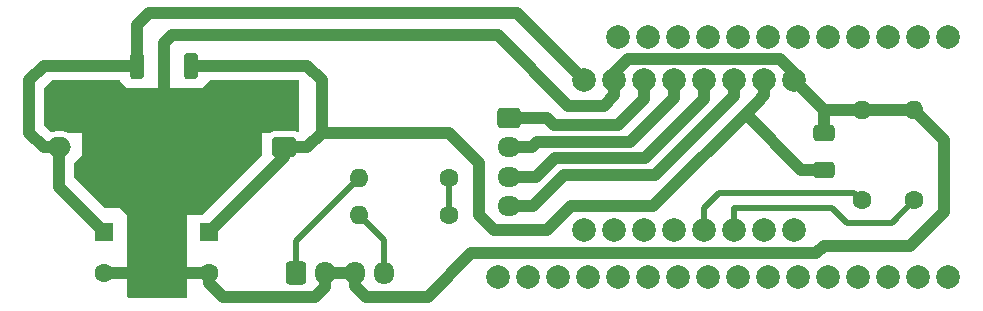
<source format=gbr>
%TF.GenerationSoftware,KiCad,Pcbnew,9.0.0*%
%TF.CreationDate,2025-04-27T17:03:47-05:00*%
%TF.ProjectId,WWCROSS,57617463-6820-4576-996e-6465722e6b69,rev?*%
%TF.SameCoordinates,Original*%
%TF.FileFunction,Copper,L2,Bot*%
%TF.FilePolarity,Positive*%
%FSLAX46Y46*%
G04 Gerber Fmt 4.6, Leading zero omitted, Abs format (unit mm)*
G04 Created by KiCad (PCBNEW 9.0.0) date 2025-04-27 17:03:47*
%MOMM*%
%LPD*%
G01*
G04 APERTURE LIST*
G04 Aperture macros list*
%AMRoundRect*
0 Rectangle with rounded corners*
0 $1 Rounding radius*
0 $2 $3 $4 $5 $6 $7 $8 $9 X,Y pos of 4 corners*
0 Add a 4 corners polygon primitive as box body*
4,1,4,$2,$3,$4,$5,$6,$7,$8,$9,$2,$3,0*
0 Add four circle primitives for the rounded corners*
1,1,$1+$1,$2,$3*
1,1,$1+$1,$4,$5*
1,1,$1+$1,$6,$7*
1,1,$1+$1,$8,$9*
0 Add four rect primitives between the rounded corners*
20,1,$1+$1,$2,$3,$4,$5,0*
20,1,$1+$1,$4,$5,$6,$7,0*
20,1,$1+$1,$6,$7,$8,$9,0*
20,1,$1+$1,$8,$9,$2,$3,0*%
G04 Aperture macros list end*
%TA.AperFunction,ComponentPad*%
%ADD10C,2.000000*%
%TD*%
%TA.AperFunction,ComponentPad*%
%ADD11C,1.600000*%
%TD*%
%TA.AperFunction,ComponentPad*%
%ADD12O,1.600000X1.600000*%
%TD*%
%TA.AperFunction,ComponentPad*%
%ADD13R,1.600000X1.600000*%
%TD*%
%TA.AperFunction,SMDPad,CuDef*%
%ADD14RoundRect,0.250000X-0.350000X0.850000X-0.350000X-0.850000X0.350000X-0.850000X0.350000X0.850000X0*%
%TD*%
%TA.AperFunction,SMDPad,CuDef*%
%ADD15RoundRect,0.250000X-1.125000X1.275000X-1.125000X-1.275000X1.125000X-1.275000X1.125000X1.275000X0*%
%TD*%
%TA.AperFunction,SMDPad,CuDef*%
%ADD16RoundRect,0.249997X-2.650003X2.950003X-2.650003X-2.950003X2.650003X-2.950003X2.650003X2.950003X0*%
%TD*%
%TA.AperFunction,ComponentPad*%
%ADD17RoundRect,0.250000X-0.750000X0.600000X-0.750000X-0.600000X0.750000X-0.600000X0.750000X0.600000X0*%
%TD*%
%TA.AperFunction,ComponentPad*%
%ADD18O,2.000000X1.700000*%
%TD*%
%TA.AperFunction,ComponentPad*%
%ADD19RoundRect,0.250000X-0.600000X-0.725000X0.600000X-0.725000X0.600000X0.725000X-0.600000X0.725000X0*%
%TD*%
%TA.AperFunction,ComponentPad*%
%ADD20O,1.700000X1.950000*%
%TD*%
%TA.AperFunction,ComponentPad*%
%ADD21RoundRect,0.250000X0.750000X-0.600000X0.750000X0.600000X-0.750000X0.600000X-0.750000X-0.600000X0*%
%TD*%
%TA.AperFunction,SMDPad,CuDef*%
%ADD22RoundRect,0.250000X0.650000X-0.412500X0.650000X0.412500X-0.650000X0.412500X-0.650000X-0.412500X0*%
%TD*%
%TA.AperFunction,ComponentPad*%
%ADD23RoundRect,0.250000X-0.725000X0.600000X-0.725000X-0.600000X0.725000X-0.600000X0.725000X0.600000X0*%
%TD*%
%TA.AperFunction,ComponentPad*%
%ADD24O,1.950000X1.700000*%
%TD*%
%TA.AperFunction,Conductor*%
%ADD25C,0.500000*%
%TD*%
%TA.AperFunction,Conductor*%
%ADD26C,1.000000*%
%TD*%
%TA.AperFunction,Conductor*%
%ADD27C,0.300000*%
%TD*%
G04 APERTURE END LIST*
D10*
%TO.P,U3,16,VM*%
%TO.N,Net-(J1-Pin_2)*%
X154940000Y-66675000D03*
%TO.P,U3,15,GNDM*%
%TO.N,Net-(J1-Pin_1)*%
X157480000Y-66675000D03*
%TO.P,U3,14,A2*%
%TO.N,Net-(J4-Pin_1)*%
X160020000Y-66675000D03*
%TO.P,U3,13,A1*%
%TO.N,Net-(J4-Pin_2)*%
X162560000Y-66675000D03*
%TO.P,U3,12,B1*%
%TO.N,Net-(J4-Pin_3)*%
X165100000Y-66675000D03*
%TO.P,U3,11,B2*%
%TO.N,Net-(J4-Pin_4)*%
X167640000Y-66675000D03*
%TO.P,U3,10,VIO*%
%TO.N,Net-(J3-Pin_1)*%
X170180000Y-66675000D03*
%TO.P,U3,9,GNDIO*%
%TO.N,Net-(J1-Pin_1)*%
X172720000Y-66675000D03*
%TO.P,U3,8,DIR*%
%TO.N,Net-(U2-A5)*%
X172720000Y-79375000D03*
%TO.P,U3,7,STEP*%
%TO.N,Net-(U2-A4)*%
X170180000Y-79375000D03*
%TO.P,U3,6,CLK*%
%TO.N,Net-(U3-CLK)*%
X167640000Y-79375000D03*
%TO.P,U3,5,STDBY*%
%TO.N,Net-(U3-STDBY)*%
X165100000Y-79375000D03*
%TO.P,U3,4,PDN*%
%TO.N,Net-(U2-A3)*%
X162560000Y-79375000D03*
%TO.P,U3,3,MS2*%
%TO.N,Net-(U2-A2)*%
X160020000Y-79375000D03*
%TO.P,U3,2,MS1*%
%TO.N,Net-(U2-A1)*%
X157480000Y-79375000D03*
%TO.P,U3,1,EN*%
%TO.N,Net-(U2-A0)*%
X154940000Y-79375000D03*
%TD*%
D11*
%TO.P,R4,1*%
%TO.N,Net-(U3-CLK)*%
X182880000Y-76835000D03*
D12*
%TO.P,R4,2*%
%TO.N,Net-(J1-Pin_1)*%
X182880000Y-69215000D03*
%TD*%
D11*
%TO.P,R3,1*%
%TO.N,Net-(U3-STDBY)*%
X178435000Y-76835000D03*
D12*
%TO.P,R3,2*%
%TO.N,Net-(J1-Pin_1)*%
X178435000Y-69215000D03*
%TD*%
D11*
%TO.P,R2,1*%
%TO.N,Net-(R1-Pad1)*%
X143510000Y-74930000D03*
D12*
%TO.P,R2,2*%
%TO.N,Net-(J2-Pin_1)*%
X135890000Y-74930000D03*
%TD*%
D11*
%TO.P,R1,1*%
%TO.N,Net-(R1-Pad1)*%
X143510000Y-78105000D03*
D12*
%TO.P,R1,2*%
%TO.N,Net-(J2-Pin_4)*%
X135890000Y-78105000D03*
%TD*%
D13*
%TO.P,C2,1*%
%TO.N,Net-(J3-Pin_1)*%
X123190000Y-79500000D03*
D11*
%TO.P,C2,2*%
%TO.N,Net-(J1-Pin_1)*%
X123190000Y-83000000D03*
%TD*%
D14*
%TO.P,U1,1,IN*%
%TO.N,Net-(J1-Pin_2)*%
X117100000Y-65445000D03*
D15*
%TO.P,U1,2,GND*%
%TO.N,Net-(J1-Pin_1)*%
X117855000Y-70070000D03*
X120905000Y-70070000D03*
D16*
X119380000Y-71745000D03*
D15*
X117855000Y-73420000D03*
X120905000Y-73420000D03*
D14*
%TO.P,U1,3,OUT*%
%TO.N,Net-(J3-Pin_1)*%
X121660000Y-65445000D03*
%TD*%
D17*
%TO.P,J1,1,Pin_1*%
%TO.N,Net-(J1-Pin_1)*%
X110490000Y-69850000D03*
D18*
%TO.P,J1,2,Pin_2*%
%TO.N,Net-(J1-Pin_2)*%
X110490000Y-72350000D03*
%TD*%
D10*
%TO.P,U2,1,RST*%
%TO.N,unconnected-(U2-RST-Pad1)*%
X147655000Y-83320000D03*
%TO.P,U2,2,3.3V*%
%TO.N,unconnected-(U2-3.3V-Pad2)*%
X150195000Y-83320000D03*
%TO.P,U2,3,3.3V*%
%TO.N,Net-(R1-Pad1)*%
X152735000Y-83320000D03*
%TO.P,U2,4,GND*%
%TO.N,Net-(J1-Pin_1)*%
X155275000Y-83320000D03*
%TO.P,U2,5,A0*%
%TO.N,Net-(U2-A0)*%
X157815000Y-83320000D03*
%TO.P,U2,6,A1*%
%TO.N,Net-(U2-A1)*%
X160355000Y-83320000D03*
%TO.P,U2,7,A2*%
%TO.N,Net-(U2-A2)*%
X162895000Y-83320000D03*
%TO.P,U2,8,A3*%
%TO.N,Net-(U2-A3)*%
X165435000Y-83320000D03*
%TO.P,U2,9,A4*%
%TO.N,Net-(U2-A4)*%
X167975000Y-83320000D03*
%TO.P,U2,10,A5*%
%TO.N,Net-(U2-A5)*%
X170515000Y-83320000D03*
%TO.P,U2,11,SCK*%
%TO.N,unconnected-(U2-SCK-Pad11)*%
X173055000Y-83320000D03*
%TO.P,U2,12,MOSI*%
%TO.N,unconnected-(U2-MOSI-Pad12)*%
X175595000Y-83320000D03*
%TO.P,U2,13,MISO*%
%TO.N,unconnected-(U2-MISO-Pad13)*%
X178135000Y-83320000D03*
%TO.P,U2,14,RX*%
%TO.N,unconnected-(U2-RX-Pad14)*%
X180675000Y-83320000D03*
%TO.P,U2,15,TX*%
%TO.N,unconnected-(U2-TX-Pad15)*%
X183215000Y-83320000D03*
%TO.P,U2,16,TXD0*%
%TO.N,unconnected-(U2-TXD0-Pad16)*%
X185755000Y-83320000D03*
%TO.P,U2,17,SDA*%
%TO.N,unconnected-(U2-SDA-Pad17)*%
X185755000Y-63000000D03*
%TO.P,U2,18,SCL*%
%TO.N,unconnected-(U2-SCL-Pad18)*%
X183215000Y-63000000D03*
%TO.P,U2,19,D5*%
%TO.N,unconnected-(U2-D5-Pad19)*%
X180675000Y-63000000D03*
%TO.P,U2,20,D6*%
%TO.N,unconnected-(U2-D6-Pad20)*%
X178135000Y-63000000D03*
%TO.P,U2,21,D9*%
%TO.N,Net-(J2-Pin_4)*%
X175595000Y-63000000D03*
%TO.P,U2,22,D10*%
%TO.N,unconnected-(U2-D10-Pad22)*%
X173055000Y-63000000D03*
%TO.P,U2,23,D11*%
%TO.N,unconnected-(U2-D11-Pad23)*%
X170515000Y-63000000D03*
%TO.P,U2,24,D12*%
%TO.N,unconnected-(U2-D12-Pad24)*%
X167975000Y-63000000D03*
%TO.P,U2,25,D13*%
%TO.N,unconnected-(U2-D13-Pad25)*%
X165435000Y-63000000D03*
%TO.P,U2,26,VBUS*%
%TO.N,unconnected-(U2-VBUS-Pad26)*%
X162895000Y-63000000D03*
%TO.P,U2,27,EN*%
%TO.N,unconnected-(U2-EN-Pad27)*%
X160355000Y-63000000D03*
%TO.P,U2,28,VBAT*%
%TO.N,unconnected-(U2-VBAT-Pad28)*%
X157815000Y-63000000D03*
%TD*%
D13*
%TO.P,C1,1*%
%TO.N,Net-(J1-Pin_2)*%
X114300000Y-79500000D03*
D11*
%TO.P,C1,2*%
%TO.N,Net-(J1-Pin_1)*%
X114300000Y-83000000D03*
%TD*%
D19*
%TO.P,J2,1,Pin_1*%
%TO.N,Net-(J2-Pin_1)*%
X130500000Y-83000000D03*
D20*
%TO.P,J2,2,Pin_2*%
%TO.N,Net-(J1-Pin_1)*%
X133000000Y-83000000D03*
%TO.P,J2,3,Pin_3*%
X135500000Y-83000000D03*
%TO.P,J2,4,Pin_4*%
%TO.N,Net-(J2-Pin_4)*%
X138000000Y-83000000D03*
%TD*%
D21*
%TO.P,J3,1,Pin_1*%
%TO.N,Net-(J3-Pin_1)*%
X129540000Y-72350000D03*
D18*
%TO.P,J3,2,Pin_2*%
%TO.N,Net-(J1-Pin_1)*%
X129540000Y-69850000D03*
%TD*%
D22*
%TO.P,C3,1*%
%TO.N,Net-(J3-Pin_1)*%
X175260000Y-74245000D03*
%TO.P,C3,2*%
%TO.N,Net-(J1-Pin_1)*%
X175260000Y-71120000D03*
%TD*%
D23*
%TO.P,J4,1,Pin_1*%
%TO.N,Net-(J4-Pin_1)*%
X148590000Y-69850000D03*
D24*
%TO.P,J4,2,Pin_2*%
%TO.N,Net-(J4-Pin_2)*%
X148590000Y-72350000D03*
%TO.P,J4,3,Pin_3*%
%TO.N,Net-(J4-Pin_3)*%
X148590000Y-74850000D03*
%TO.P,J4,4,Pin_4*%
%TO.N,Net-(J4-Pin_4)*%
X148590000Y-77350000D03*
%TD*%
D25*
%TO.N,Net-(U3-STDBY)*%
X177800000Y-76200000D02*
X178435000Y-76835000D01*
X165100000Y-77470000D02*
X166370000Y-76200000D01*
X166370000Y-76200000D02*
X177800000Y-76200000D01*
X165100000Y-79375000D02*
X165100000Y-77470000D01*
%TO.N,Net-(J2-Pin_4)*%
X138000000Y-80215000D02*
X138000000Y-83000000D01*
X135890000Y-78105000D02*
X138000000Y-80215000D01*
D26*
%TO.N,Net-(J3-Pin_1)*%
X151765000Y-79375000D02*
X153799899Y-77340101D01*
X147320000Y-79375000D02*
X151765000Y-79375000D01*
X146050000Y-78105000D02*
X147320000Y-79375000D01*
X153799899Y-77340101D02*
X160784899Y-77340101D01*
X160784899Y-77340101D02*
X169545000Y-68580000D01*
X146050000Y-73660000D02*
X146050000Y-78105000D01*
X132715000Y-71120000D02*
X143510000Y-71120000D01*
X143510000Y-71120000D02*
X146050000Y-73660000D01*
X168592500Y-69532500D02*
X169545000Y-68580000D01*
X173305000Y-74245000D02*
X168592500Y-69532500D01*
X175260000Y-74245000D02*
X173305000Y-74245000D01*
D25*
%TO.N,Net-(J2-Pin_1)*%
X130500000Y-80320000D02*
X135890000Y-74930000D01*
X130500000Y-83000000D02*
X130500000Y-80320000D01*
D26*
%TO.N,Net-(J1-Pin_1)*%
X185420000Y-71755000D02*
X182880000Y-69215000D01*
X185420000Y-77836614D02*
X185420000Y-71755000D01*
X175198272Y-80706728D02*
X182549886Y-80706728D01*
X174567745Y-81337255D02*
X175198272Y-80706728D01*
X145357745Y-81337255D02*
X174567745Y-81337255D01*
X136434000Y-84999000D02*
X141696000Y-84999000D01*
X135500000Y-84065000D02*
X136434000Y-84999000D01*
X141696000Y-84999000D02*
X145357745Y-81337255D01*
X135500000Y-83000000D02*
X135500000Y-84065000D01*
X182549886Y-80706728D02*
X185420000Y-77836614D01*
X157480000Y-66040000D02*
X157480000Y-66675000D01*
X171529978Y-64849978D02*
X158670022Y-64849978D01*
X172720000Y-66040000D02*
X171529978Y-64849978D01*
X172720000Y-66675000D02*
X172720000Y-66040000D01*
X158670022Y-64849978D02*
X157480000Y-66040000D01*
%TO.N,Net-(J4-Pin_2)*%
X150535000Y-72350000D02*
X148590000Y-72350000D01*
X158823291Y-71914957D02*
X150970043Y-71914957D01*
X162560000Y-68178248D02*
X158823291Y-71914957D01*
X150970043Y-71914957D02*
X150535000Y-72350000D01*
X162560000Y-66675000D02*
X162560000Y-68178248D01*
%TO.N,Net-(J4-Pin_3)*%
X152429700Y-73303405D02*
X150883105Y-74850000D01*
X150883105Y-74850000D02*
X148590000Y-74850000D01*
X165100000Y-68263024D02*
X160059619Y-73303405D01*
X165100000Y-66675000D02*
X165100000Y-68263024D01*
X160059619Y-73303405D02*
X152429700Y-73303405D01*
%TO.N,Net-(J4-Pin_4)*%
X150615000Y-77350000D02*
X148590000Y-77350000D01*
X160945918Y-74720480D02*
X153244520Y-74720480D01*
X167640000Y-68026398D02*
X160945918Y-74720480D01*
X153244520Y-74720480D02*
X150615000Y-77350000D01*
X167640000Y-66675000D02*
X167640000Y-68026398D01*
%TO.N,Net-(J4-Pin_1)*%
X157815956Y-70485000D02*
X152400000Y-70485000D01*
X160020000Y-68280956D02*
X157815956Y-70485000D01*
X160020000Y-66675000D02*
X160020000Y-68280956D01*
X152400000Y-70485000D02*
X151765000Y-69850000D01*
X151765000Y-69850000D02*
X148590000Y-69850000D01*
%TO.N,Net-(J1-Pin_1)*%
X119380000Y-63500000D02*
X119380000Y-71745000D01*
X120015000Y-62865000D02*
X119380000Y-63500000D01*
X153581432Y-68837650D02*
X147608782Y-62865000D01*
X156587350Y-68837650D02*
X153581432Y-68837650D01*
X157480000Y-67945000D02*
X156587350Y-68837650D01*
X147608782Y-62865000D02*
X120015000Y-62865000D01*
X157480000Y-66675000D02*
X157480000Y-67945000D01*
D25*
%TO.N,Net-(U3-CLK)*%
X180975000Y-78740000D02*
X182880000Y-76835000D01*
X167640000Y-77470000D02*
X175895000Y-77470000D01*
X175895000Y-77470000D02*
X177165000Y-78740000D01*
X167640000Y-79375000D02*
X167640000Y-77470000D01*
X177165000Y-78740000D02*
X180975000Y-78740000D01*
D26*
%TO.N,Net-(J3-Pin_1)*%
X169545000Y-68580000D02*
X170180000Y-67945000D01*
%TO.N,Net-(J1-Pin_1)*%
X175260000Y-69215000D02*
X175260000Y-71120000D01*
%TO.N,Net-(J3-Pin_1)*%
X170180000Y-67945000D02*
X170180000Y-66675000D01*
%TO.N,Net-(J1-Pin_1)*%
X178435000Y-69215000D02*
X175260000Y-69215000D01*
X182880000Y-69215000D02*
X178435000Y-69215000D01*
%TO.N,Net-(J1-Pin_2)*%
X107950000Y-71120000D02*
X109180000Y-72350000D01*
X107950000Y-66675000D02*
X107950000Y-71120000D01*
X109180000Y-72350000D02*
X110490000Y-72350000D01*
X109180000Y-65445000D02*
X107950000Y-66675000D01*
X117100000Y-65445000D02*
X109180000Y-65445000D01*
%TO.N,Net-(J1-Pin_1)*%
X175260000Y-69215000D02*
X172720000Y-66675000D01*
%TO.N,Net-(J3-Pin_1)*%
X132715000Y-71120000D02*
X131485000Y-72350000D01*
X132715000Y-66675000D02*
X132715000Y-71120000D01*
X121660000Y-65445000D02*
X131485000Y-65445000D01*
X131485000Y-65445000D02*
X132715000Y-66675000D01*
X131485000Y-72350000D02*
X129540000Y-72350000D01*
%TO.N,Net-(J1-Pin_1)*%
X119380000Y-83000000D02*
X119380000Y-71745000D01*
X121125000Y-69850000D02*
X120905000Y-70070000D01*
X129540000Y-69850000D02*
X121125000Y-69850000D01*
X117635000Y-69850000D02*
X117855000Y-70070000D01*
X110490000Y-69850000D02*
X117635000Y-69850000D01*
%TO.N,Net-(J1-Pin_2)*%
X117100000Y-61970000D02*
X117100000Y-65445000D01*
X118069000Y-61001000D02*
X117100000Y-61970000D01*
X149266000Y-61001000D02*
X118069000Y-61001000D01*
X154940000Y-66675000D02*
X149266000Y-61001000D01*
D25*
%TO.N,Net-(R1-Pad1)*%
X143510000Y-74930000D02*
X143510000Y-78105000D01*
D26*
%TO.N,Net-(J1-Pin_1)*%
X124369000Y-84999000D02*
X123190000Y-83820000D01*
X132171000Y-84999000D02*
X124369000Y-84999000D01*
X133000000Y-83000000D02*
X133000000Y-84170000D01*
X133000000Y-84170000D02*
X132171000Y-84999000D01*
X123190000Y-83820000D02*
X123190000Y-83000000D01*
D27*
X135500000Y-83000000D02*
X135255000Y-82755000D01*
D26*
X133000000Y-83000000D02*
X135500000Y-83000000D01*
X119380000Y-83000000D02*
X123190000Y-83000000D01*
X114300000Y-83000000D02*
X119380000Y-83000000D01*
%TO.N,Net-(J3-Pin_1)*%
X129540000Y-73150000D02*
X123190000Y-79500000D01*
X129540000Y-72350000D02*
X129540000Y-73150000D01*
%TO.N,Net-(J1-Pin_2)*%
X110490000Y-75690000D02*
X114300000Y-79500000D01*
X110490000Y-72350000D02*
X110490000Y-75690000D01*
%TD*%
%TA.AperFunction,Conductor*%
%TO.N,Net-(J1-Pin_1)*%
G36*
X115585677Y-66694685D02*
G01*
X115606319Y-66711319D01*
X116205000Y-67310000D01*
X122555000Y-67310000D01*
X123153681Y-66711319D01*
X123215004Y-66677834D01*
X123241362Y-66675000D01*
X130686000Y-66675000D01*
X130753039Y-66694685D01*
X130798794Y-66747489D01*
X130810000Y-66799000D01*
X130810000Y-70966783D01*
X130790315Y-71033822D01*
X130737511Y-71079577D01*
X130668353Y-71089521D01*
X130620905Y-71072323D01*
X130609338Y-71065188D01*
X130609335Y-71065186D01*
X130609334Y-71065186D01*
X130442797Y-71010001D01*
X130442795Y-71010000D01*
X130340010Y-70999500D01*
X128739998Y-70999500D01*
X128739981Y-70999501D01*
X128637203Y-71010000D01*
X128637200Y-71010001D01*
X128470668Y-71065185D01*
X128470659Y-71065190D01*
X128411727Y-71101539D01*
X128346631Y-71120000D01*
X127635000Y-71120000D01*
X127635000Y-72973638D01*
X127615315Y-73040677D01*
X127598681Y-73061319D01*
X122591319Y-78068681D01*
X122529996Y-78102166D01*
X122503638Y-78105000D01*
X121285000Y-78105000D01*
X121285000Y-84966000D01*
X121265315Y-85033039D01*
X121212511Y-85078794D01*
X121161000Y-85090000D01*
X116329000Y-85090000D01*
X116261961Y-85070315D01*
X116216206Y-85017511D01*
X116205000Y-84966000D01*
X116205000Y-78105000D01*
X115570000Y-77470000D01*
X114351362Y-77470000D01*
X114284323Y-77450315D01*
X114263681Y-77433681D01*
X111796319Y-74966319D01*
X111762834Y-74904996D01*
X111760000Y-74878638D01*
X111760000Y-73711362D01*
X111779685Y-73644323D01*
X111796319Y-73623681D01*
X112395000Y-73025000D01*
X112395000Y-71120000D01*
X111230490Y-71120000D01*
X111174194Y-71106484D01*
X111158416Y-71098444D01*
X111056055Y-71065185D01*
X110956243Y-71032754D01*
X110956241Y-71032753D01*
X110956240Y-71032753D01*
X110794957Y-71007208D01*
X110746287Y-70999500D01*
X110233713Y-70999500D01*
X110191721Y-71006150D01*
X110023753Y-71032754D01*
X109902801Y-71072053D01*
X109832960Y-71074048D01*
X109776803Y-71041803D01*
X109256319Y-70521319D01*
X109222834Y-70459996D01*
X109220000Y-70433638D01*
X109220000Y-67361362D01*
X109239685Y-67294323D01*
X109256319Y-67273681D01*
X109818681Y-66711319D01*
X109880004Y-66677834D01*
X109906362Y-66675000D01*
X115518638Y-66675000D01*
X115585677Y-66694685D01*
G37*
%TD.AperFunction*%
%TD*%
M02*

</source>
